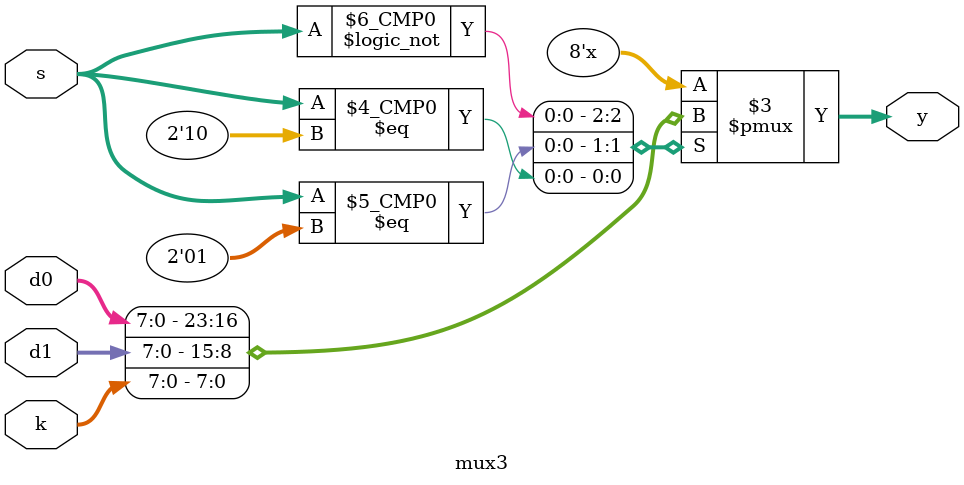
<source format=sv>

module regfile(input  logic        clk, 
               input  logic        we3, 
               input  logic [4:0]  ra1, ra2, wa3, 
               input  logic [31:0] wd3, 
               output logic [31:0] rd1, rd2);

  logic [31:0] rf[31:0];

  // three ported register file
  // read two ports combinationally
  // write third port on rising edge of clock
  // register 0 hardwired to 0

  always_ff @(posedge clk)
    if (we3) rf[wa3] <= wd3;	

  assign rd1 = (ra1 != 0) ? rf[ra1] : 0;
  assign rd2 = (ra2 != 0) ? rf[ra2] : 0;
endmodule

module adder(input  logic [31:0] a, b,
             output logic [31:0] y);

  assign y = a + b;
endmodule

module sl2(input  logic [31:0] a,
           output logic [31:0] y);

  // shift left by 2
  assign y = {a[29:0], 2'b00};
endmodule

module signext(input  logic [15:0] a,
               output logic [31:0] y);
              
  assign y = {{16{a[15]}}, a};
endmodule

//zero extending added
module zeroext(input  logic [15:0] a,
               output logic [31:0] y);
              
  assign y = {16'h0000, a};
endmodule

module flopr #(parameter WIDTH = 8)
              (input  logic             clk, reset,
               input  logic [WIDTH-1:0] d, 
               output logic [WIDTH-1:0] q);

  always_ff @(posedge clk, posedge reset)
    if (reset) q <= 0;
    else       q <= d;
endmodule

module flopenr #(parameter WIDTH = 8)
                (input  logic             clk, reset,
                 input  logic             en,
                 input  logic [WIDTH-1:0] d, 
                 output logic [WIDTH-1:0] q);
 
  always_ff @(posedge clk, posedge reset)
    if      (reset) q <= 0;
    else if (en)    q <= d;
endmodule

module mux2 #(parameter WIDTH = 8)
             (input  logic [WIDTH-1:0] d0, d1, 
              input  logic             s, 
              output logic [WIDTH-1:0] y);
              
   always_comb
     case(s)
         1'b0: y <= d0;
         1'b1: y <= d1;
         default: y <= 8'hxx;
     endcase
endmodule

//MODIFIED MUX TO TAKE EXTRA INPUT              
module mux3 #(parameter WIDTH = 8)
               (input  logic [WIDTH-1:0] d0, d1, k, 
                input  logic [1:0]       s, 
                output logic [WIDTH-1:0] y);

     always_comb
        case(s)
            2'b00: y <= d0;
            2'b01: y <= d1;
            2'b10: y <= k;
            default: y <= 8'hxx;
        endcase
endmodule

</source>
